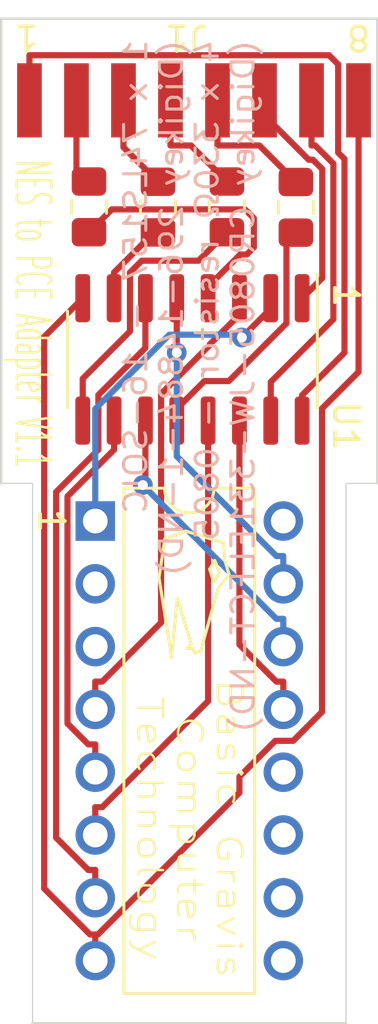
<source format=kicad_pcb>
(kicad_pcb (version 20171130) (host pcbnew "(5.1.5)-3")

  (general
    (thickness 1.6)
    (drawings 33)
    (tracks 116)
    (zones 0)
    (modules 7)
    (nets 28)
  )

  (page A4)
  (layers
    (0 F.Cu signal)
    (31 B.Cu signal)
    (32 B.Adhes user)
    (33 F.Adhes user)
    (34 B.Paste user)
    (35 F.Paste user)
    (36 B.SilkS user)
    (37 F.SilkS user)
    (38 B.Mask user)
    (39 F.Mask user)
    (40 Dwgs.User user)
    (41 Cmts.User user)
    (42 Eco1.User user)
    (43 Eco2.User user)
    (44 Edge.Cuts user)
    (45 Margin user)
    (46 B.CrtYd user)
    (47 F.CrtYd user)
    (48 B.Fab user)
    (49 F.Fab user)
  )

  (setup
    (last_trace_width 0.25)
    (trace_clearance 0.2)
    (zone_clearance 0.508)
    (zone_45_only no)
    (trace_min 0.2)
    (via_size 0.8)
    (via_drill 0.4)
    (via_min_size 0.4)
    (via_min_drill 0.3)
    (uvia_size 0.3)
    (uvia_drill 0.1)
    (uvias_allowed no)
    (uvia_min_size 0.2)
    (uvia_min_drill 0.1)
    (edge_width 0.05)
    (segment_width 0.2)
    (pcb_text_width 0.3)
    (pcb_text_size 1.5 1.5)
    (mod_edge_width 0.12)
    (mod_text_size 1 1)
    (mod_text_width 0.15)
    (pad_size 1.6 1.6)
    (pad_drill 1)
    (pad_to_mask_clearance 0.051)
    (solder_mask_min_width 0.25)
    (aux_axis_origin 0 0)
    (visible_elements 7FFFFFFF)
    (pcbplotparams
      (layerselection 0x010fc_ffffffff)
      (usegerberextensions false)
      (usegerberattributes false)
      (usegerberadvancedattributes false)
      (creategerberjobfile false)
      (excludeedgelayer true)
      (linewidth 0.100000)
      (plotframeref false)
      (viasonmask false)
      (mode 1)
      (useauxorigin false)
      (hpglpennumber 1)
      (hpglpenspeed 20)
      (hpglpendiameter 15.000000)
      (psnegative false)
      (psa4output false)
      (plotreference true)
      (plotvalue true)
      (plotinvisibletext false)
      (padsonsilk false)
      (subtractmaskfromsilk false)
      (outputformat 1)
      (mirror false)
      (drillshape 1)
      (scaleselection 1)
      (outputdirectory ""))
  )

  (net 0 "")
  (net 1 "Net-(J1-Pad8)")
  (net 2 "Net-(J1-Pad7)")
  (net 3 "Net-(J1-Pad6)")
  (net 4 "Net-(J1-Pad5)")
  (net 5 "Net-(J1-Pad4)")
  (net 6 "Net-(J1-Pad3)")
  (net 7 "Net-(J1-Pad2)")
  (net 8 "Net-(J1-Pad1)")
  (net 9 "Net-(OLD-HOLES1-Pad16)")
  (net 10 "Net-(OLD-HOLES1-Pad15)")
  (net 11 "Net-(OLD-HOLES1-Pad7)")
  (net 12 "Net-(OLD-HOLES1-Pad14)")
  (net 13 "Net-(OLD-HOLES1-Pad6)")
  (net 14 "Net-(OLD-HOLES1-Pad13)")
  (net 15 "Net-(OLD-HOLES1-Pad5)")
  (net 16 "Net-(OLD-HOLES1-Pad12)")
  (net 17 "Net-(OLD-HOLES1-Pad4)")
  (net 18 "Net-(OLD-HOLES1-Pad11)")
  (net 19 "Net-(OLD-HOLES1-Pad3)")
  (net 20 "Net-(OLD-HOLES1-Pad10)")
  (net 21 "Net-(OLD-HOLES1-Pad2)")
  (net 22 "Net-(OLD-HOLES1-Pad9)")
  (net 23 "Net-(OLD-HOLES1-Pad1)")
  (net 24 "Net-(R1-Pad2)")
  (net 25 "Net-(R2-Pad2)")
  (net 26 "Net-(R3-Pad2)")
  (net 27 "Net-(R4-Pad2)")

  (net_class Default "This is the default net class."
    (clearance 0.2)
    (trace_width 0.25)
    (via_dia 0.8)
    (via_drill 0.4)
    (uvia_dia 0.3)
    (uvia_drill 0.1)
    (add_net "Net-(J1-Pad1)")
    (add_net "Net-(J1-Pad2)")
    (add_net "Net-(J1-Pad3)")
    (add_net "Net-(J1-Pad4)")
    (add_net "Net-(J1-Pad5)")
    (add_net "Net-(J1-Pad6)")
    (add_net "Net-(J1-Pad7)")
    (add_net "Net-(J1-Pad8)")
    (add_net "Net-(OLD-HOLES1-Pad1)")
    (add_net "Net-(OLD-HOLES1-Pad10)")
    (add_net "Net-(OLD-HOLES1-Pad11)")
    (add_net "Net-(OLD-HOLES1-Pad12)")
    (add_net "Net-(OLD-HOLES1-Pad13)")
    (add_net "Net-(OLD-HOLES1-Pad14)")
    (add_net "Net-(OLD-HOLES1-Pad15)")
    (add_net "Net-(OLD-HOLES1-Pad16)")
    (add_net "Net-(OLD-HOLES1-Pad2)")
    (add_net "Net-(OLD-HOLES1-Pad3)")
    (add_net "Net-(OLD-HOLES1-Pad4)")
    (add_net "Net-(OLD-HOLES1-Pad5)")
    (add_net "Net-(OLD-HOLES1-Pad6)")
    (add_net "Net-(OLD-HOLES1-Pad7)")
    (add_net "Net-(OLD-HOLES1-Pad9)")
    (add_net "Net-(R1-Pad2)")
    (add_net "Net-(R2-Pad2)")
    (add_net "Net-(R3-Pad2)")
    (add_net "Net-(R4-Pad2)")
  )

  (module "nes to pce:SolderWirePad_1x08_SMD_5x12mm" (layer F.Cu) (tedit 5E448D98) (tstamp 5E32290E)
    (at 123.063 73.152)
    (descr "Wire Pad, Square, SMD Pad,  5mm x 10mm,")
    (tags "MesurementPoint Square SMDPad 5mmx10mm ")
    (path /5E320894)
    (attr smd virtual)
    (fp_text reference J1 (at 0 1.27 180 unlocked) (layer F.SilkS)
      (effects (font (size 1 1) (thickness 0.15)))
    )
    (fp_text value Mini-DIN-8 (at 0 6.35) (layer F.Fab)
      (effects (font (size 1 1) (thickness 0.15)))
    )
    (pad 8 smd rect (at 6.985 3.81) (size 1 3) (layers F.Cu F.Paste F.Mask)
      (net 1 "Net-(J1-Pad8)"))
    (pad 7 smd rect (at 5.08 3.81) (size 1 3) (layers F.Cu F.Paste F.Mask)
      (net 2 "Net-(J1-Pad7)"))
    (pad 6 smd rect (at 3.175 3.81) (size 1 3) (layers F.Cu F.Paste F.Mask)
      (net 3 "Net-(J1-Pad6)"))
    (pad 5 smd rect (at 1.27 3.81) (size 1 3) (layers F.Cu F.Paste F.Mask)
      (net 4 "Net-(J1-Pad5)"))
    (pad 4 smd rect (at -0.635 3.81) (size 1 3) (layers F.Cu F.Paste F.Mask)
      (net 5 "Net-(J1-Pad4)"))
    (pad 3 smd rect (at -2.54 3.81) (size 1 3) (layers F.Cu F.Paste F.Mask)
      (net 6 "Net-(J1-Pad3)"))
    (pad 2 smd rect (at -4.445 3.81) (size 1 3) (layers F.Cu F.Paste F.Mask)
      (net 7 "Net-(J1-Pad2)"))
    (pad 1 smd rect (at -6.35 3.81) (size 1 3) (layers F.Cu F.Paste F.Mask)
      (net 8 "Net-(J1-Pad1)"))
  )

  (module Package_SO:SOIC-16_3.9x9.9mm_P1.27mm (layer F.Cu) (tedit 5D9F72B1) (tstamp 5E320FA8)
    (at 123.317 87.441 270)
    (descr "SOIC, 16 Pin (JEDEC MS-012AC, https://www.analog.com/media/en/package-pcb-resources/package/pkg_pdf/soic_narrow-r/r_16.pdf), generated with kicad-footprint-generator ipc_gullwing_generator.py")
    (tags "SOIC SO")
    (path /5E31CB83)
    (attr smd)
    (fp_text reference U1 (at 2.7 -6.223 270 unlocked) (layer F.SilkS)
      (effects (font (size 1 1) (thickness 0.15)))
    )
    (fp_text value 74LS157 (at 0 5.9 90) (layer F.Fab)
      (effects (font (size 1 1) (thickness 0.15)))
    )
    (fp_text user %R (at 0 0 90) (layer F.Fab)
      (effects (font (size 0.98 0.98) (thickness 0.15)))
    )
    (fp_line (start 3.7 -5.2) (end -3.7 -5.2) (layer F.CrtYd) (width 0.05))
    (fp_line (start 3.7 5.2) (end 3.7 -5.2) (layer F.CrtYd) (width 0.05))
    (fp_line (start -3.7 5.2) (end 3.7 5.2) (layer F.CrtYd) (width 0.05))
    (fp_line (start -3.7 -5.2) (end -3.7 5.2) (layer F.CrtYd) (width 0.05))
    (fp_line (start -1.95 -3.975) (end -0.975 -4.95) (layer F.Fab) (width 0.1))
    (fp_line (start -1.95 4.95) (end -1.95 -3.975) (layer F.Fab) (width 0.1))
    (fp_line (start 1.95 4.95) (end -1.95 4.95) (layer F.Fab) (width 0.1))
    (fp_line (start 1.95 -4.95) (end 1.95 4.95) (layer F.Fab) (width 0.1))
    (fp_line (start -0.975 -4.95) (end 1.95 -4.95) (layer F.Fab) (width 0.1))
    (fp_line (start 0 -5.06) (end -3.45 -5.06) (layer F.SilkS) (width 0.12))
    (fp_line (start 0 -5.06) (end 1.95 -5.06) (layer F.SilkS) (width 0.12))
    (fp_line (start 0 5.06) (end -1.95 5.06) (layer F.SilkS) (width 0.12))
    (fp_line (start 0 5.06) (end 1.95 5.06) (layer F.SilkS) (width 0.12))
    (pad 16 smd roundrect (at 2.475 -4.445 270) (size 1.95 0.6) (layers F.Cu F.Paste F.Mask) (roundrect_rratio 0.25)
      (net 8 "Net-(J1-Pad1)"))
    (pad 15 smd roundrect (at 2.475 -3.175 270) (size 1.95 0.6) (layers F.Cu F.Paste F.Mask) (roundrect_rratio 0.25)
      (net 2 "Net-(J1-Pad7)"))
    (pad 14 smd roundrect (at 2.475 -1.905 270) (size 1.95 0.6) (layers F.Cu F.Paste F.Mask) (roundrect_rratio 0.25)
      (net 14 "Net-(OLD-HOLES1-Pad13)"))
    (pad 13 smd roundrect (at 2.475 -0.635 270) (size 1.95 0.6) (layers F.Cu F.Paste F.Mask) (roundrect_rratio 0.25)
      (net 13 "Net-(OLD-HOLES1-Pad6)"))
    (pad 12 smd roundrect (at 2.475 0.635 270) (size 1.95 0.6) (layers F.Cu F.Paste F.Mask) (roundrect_rratio 0.25)
      (net 27 "Net-(R4-Pad2)"))
    (pad 11 smd roundrect (at 2.475 1.905 270) (size 1.95 0.6) (layers F.Cu F.Paste F.Mask) (roundrect_rratio 0.25)
      (net 12 "Net-(OLD-HOLES1-Pad14)"))
    (pad 10 smd roundrect (at 2.475 3.175 270) (size 1.95 0.6) (layers F.Cu F.Paste F.Mask) (roundrect_rratio 0.25)
      (net 15 "Net-(OLD-HOLES1-Pad5)"))
    (pad 9 smd roundrect (at 2.475 4.445 270) (size 1.95 0.6) (layers F.Cu F.Paste F.Mask) (roundrect_rratio 0.25)
      (net 26 "Net-(R3-Pad2)"))
    (pad 8 smd roundrect (at -2.475 4.445 270) (size 1.95 0.6) (layers F.Cu F.Paste F.Mask) (roundrect_rratio 0.25)
      (net 1 "Net-(J1-Pad8)"))
    (pad 7 smd roundrect (at -2.475 3.175 270) (size 1.95 0.6) (layers F.Cu F.Paste F.Mask) (roundrect_rratio 0.25)
      (net 25 "Net-(R2-Pad2)"))
    (pad 6 smd roundrect (at -2.475 1.905 270) (size 1.95 0.6) (layers F.Cu F.Paste F.Mask) (roundrect_rratio 0.25)
      (net 11 "Net-(OLD-HOLES1-Pad7)"))
    (pad 5 smd roundrect (at -2.475 0.635 270) (size 1.95 0.6) (layers F.Cu F.Paste F.Mask) (roundrect_rratio 0.25)
      (net 10 "Net-(OLD-HOLES1-Pad15)"))
    (pad 4 smd roundrect (at -2.475 -0.635 270) (size 1.95 0.6) (layers F.Cu F.Paste F.Mask) (roundrect_rratio 0.25)
      (net 24 "Net-(R1-Pad2)"))
    (pad 3 smd roundrect (at -2.475 -1.905 270) (size 1.95 0.6) (layers F.Cu F.Paste F.Mask) (roundrect_rratio 0.25)
      (net 17 "Net-(OLD-HOLES1-Pad4)"))
    (pad 2 smd roundrect (at -2.475 -3.175 270) (size 1.95 0.6) (layers F.Cu F.Paste F.Mask) (roundrect_rratio 0.25)
      (net 23 "Net-(OLD-HOLES1-Pad1)"))
    (pad 1 smd roundrect (at -2.475 -4.445 270) (size 1.95 0.6) (layers F.Cu F.Paste F.Mask) (roundrect_rratio 0.25)
      (net 3 "Net-(J1-Pad6)"))
    (model ${KISYS3DMOD}/Package_SO.3dshapes/SOIC-16_3.9x9.9mm_P1.27mm.wrl
      (at (xyz 0 0 0))
      (scale (xyz 1 1 1))
      (rotate (xyz 0 0 0))
    )
  )

  (module Resistor_SMD:R_0805_2012Metric_Pad1.15x1.40mm_HandSolder (layer F.Cu) (tedit 5B36C52B) (tstamp 5E3228B3)
    (at 127.508 81.289 270)
    (descr "Resistor SMD 0805 (2012 Metric), square (rectangular) end terminal, IPC_7351 nominal with elongated pad for handsoldering. (Body size source: https://docs.google.com/spreadsheets/d/1BsfQQcO9C6DZCsRaXUlFlo91Tg2WpOkGARC1WS5S8t0/edit?usp=sharing), generated with kicad-footprint-generator")
    (tags "resistor handsolder")
    (path /5E336049)
    (attr smd)
    (fp_text reference R4 (at 0 1.64 90) (layer F.SilkS) hide
      (effects (font (size 1 1) (thickness 0.15)))
    )
    (fp_text value 330 (at 0 1.65 90) (layer F.Fab)
      (effects (font (size 1 1) (thickness 0.15)))
    )
    (fp_line (start -1 0.6) (end -1 -0.6) (layer F.Fab) (width 0.1))
    (fp_line (start -1 -0.6) (end 1 -0.6) (layer F.Fab) (width 0.1))
    (fp_line (start 1 -0.6) (end 1 0.6) (layer F.Fab) (width 0.1))
    (fp_line (start 1 0.6) (end -1 0.6) (layer F.Fab) (width 0.1))
    (fp_line (start -0.261252 -0.71) (end 0.261252 -0.71) (layer F.SilkS) (width 0.12))
    (fp_line (start -0.261252 0.71) (end 0.261252 0.71) (layer F.SilkS) (width 0.12))
    (fp_line (start -1.85 0.95) (end -1.85 -0.95) (layer F.CrtYd) (width 0.05))
    (fp_line (start -1.85 -0.95) (end 1.85 -0.95) (layer F.CrtYd) (width 0.05))
    (fp_line (start 1.85 -0.95) (end 1.85 0.95) (layer F.CrtYd) (width 0.05))
    (fp_line (start 1.85 0.95) (end -1.85 0.95) (layer F.CrtYd) (width 0.05))
    (fp_text user %R (at 0 0 90) (layer F.Fab)
      (effects (font (size 0.5 0.5) (thickness 0.08)))
    )
    (pad 1 smd roundrect (at -1.025 0 270) (size 1.15 1.4) (layers F.Cu F.Paste F.Mask) (roundrect_rratio 0.217391)
      (net 4 "Net-(J1-Pad5)"))
    (pad 2 smd roundrect (at 1.025 0 270) (size 1.15 1.4) (layers F.Cu F.Paste F.Mask) (roundrect_rratio 0.217391)
      (net 27 "Net-(R4-Pad2)"))
    (model ${KISYS3DMOD}/Resistor_SMD.3dshapes/R_0805_2012Metric.wrl
      (at (xyz 0 0 0))
      (scale (xyz 1 1 1))
      (rotate (xyz 0 0 0))
    )
  )

  (module Resistor_SMD:R_0805_2012Metric_Pad1.15x1.40mm_HandSolder (layer F.Cu) (tedit 5B36C52B) (tstamp 5E320F75)
    (at 124.714 81.271 270)
    (descr "Resistor SMD 0805 (2012 Metric), square (rectangular) end terminal, IPC_7351 nominal with elongated pad for handsoldering. (Body size source: https://docs.google.com/spreadsheets/d/1BsfQQcO9C6DZCsRaXUlFlo91Tg2WpOkGARC1WS5S8t0/edit?usp=sharing), generated with kicad-footprint-generator")
    (tags "resistor handsolder")
    (path /5E3359AA)
    (attr smd)
    (fp_text reference R3 (at 0 -1.65 90) (layer F.SilkS) hide
      (effects (font (size 1 1) (thickness 0.15)))
    )
    (fp_text value 330 (at 0 1.65 90) (layer F.Fab)
      (effects (font (size 1 1) (thickness 0.15)))
    )
    (fp_text user %R (at 0 0 90) (layer F.Fab)
      (effects (font (size 0.5 0.5) (thickness 0.08)))
    )
    (fp_line (start 1.85 0.95) (end -1.85 0.95) (layer F.CrtYd) (width 0.05))
    (fp_line (start 1.85 -0.95) (end 1.85 0.95) (layer F.CrtYd) (width 0.05))
    (fp_line (start -1.85 -0.95) (end 1.85 -0.95) (layer F.CrtYd) (width 0.05))
    (fp_line (start -1.85 0.95) (end -1.85 -0.95) (layer F.CrtYd) (width 0.05))
    (fp_line (start -0.261252 0.71) (end 0.261252 0.71) (layer F.SilkS) (width 0.12))
    (fp_line (start -0.261252 -0.71) (end 0.261252 -0.71) (layer F.SilkS) (width 0.12))
    (fp_line (start 1 0.6) (end -1 0.6) (layer F.Fab) (width 0.1))
    (fp_line (start 1 -0.6) (end 1 0.6) (layer F.Fab) (width 0.1))
    (fp_line (start -1 -0.6) (end 1 -0.6) (layer F.Fab) (width 0.1))
    (fp_line (start -1 0.6) (end -1 -0.6) (layer F.Fab) (width 0.1))
    (pad 2 smd roundrect (at 1.025 0 270) (size 1.15 1.4) (layers F.Cu F.Paste F.Mask) (roundrect_rratio 0.217391)
      (net 26 "Net-(R3-Pad2)"))
    (pad 1 smd roundrect (at -1.025 0 270) (size 1.15 1.4) (layers F.Cu F.Paste F.Mask) (roundrect_rratio 0.217391)
      (net 5 "Net-(J1-Pad4)"))
    (model ${KISYS3DMOD}/Resistor_SMD.3dshapes/R_0805_2012Metric.wrl
      (at (xyz 0 0 0))
      (scale (xyz 1 1 1))
      (rotate (xyz 0 0 0))
    )
  )

  (module Resistor_SMD:R_0805_2012Metric_Pad1.15x1.40mm_HandSolder (layer F.Cu) (tedit 5B36C52B) (tstamp 5E3228E3)
    (at 121.92 81.28 270)
    (descr "Resistor SMD 0805 (2012 Metric), square (rectangular) end terminal, IPC_7351 nominal with elongated pad for handsoldering. (Body size source: https://docs.google.com/spreadsheets/d/1BsfQQcO9C6DZCsRaXUlFlo91Tg2WpOkGARC1WS5S8t0/edit?usp=sharing), generated with kicad-footprint-generator")
    (tags "resistor handsolder")
    (path /5E335495)
    (attr smd)
    (fp_text reference R2 (at 0 -1.65 90) (layer F.SilkS) hide
      (effects (font (size 1 1) (thickness 0.15)))
    )
    (fp_text value 330 (at 0 1.65 90) (layer F.Fab)
      (effects (font (size 1 1) (thickness 0.15)))
    )
    (fp_line (start -1 0.6) (end -1 -0.6) (layer F.Fab) (width 0.1))
    (fp_line (start -1 -0.6) (end 1 -0.6) (layer F.Fab) (width 0.1))
    (fp_line (start 1 -0.6) (end 1 0.6) (layer F.Fab) (width 0.1))
    (fp_line (start 1 0.6) (end -1 0.6) (layer F.Fab) (width 0.1))
    (fp_line (start -0.261252 -0.71) (end 0.261252 -0.71) (layer F.SilkS) (width 0.12))
    (fp_line (start -0.261252 0.71) (end 0.261252 0.71) (layer F.SilkS) (width 0.12))
    (fp_line (start -1.85 0.95) (end -1.85 -0.95) (layer F.CrtYd) (width 0.05))
    (fp_line (start -1.85 -0.95) (end 1.85 -0.95) (layer F.CrtYd) (width 0.05))
    (fp_line (start 1.85 -0.95) (end 1.85 0.95) (layer F.CrtYd) (width 0.05))
    (fp_line (start 1.85 0.95) (end -1.85 0.95) (layer F.CrtYd) (width 0.05))
    (fp_text user %R (at 0 0 90) (layer F.Fab)
      (effects (font (size 0.5 0.5) (thickness 0.08)))
    )
    (pad 1 smd roundrect (at -1.025 0 270) (size 1.15 1.4) (layers F.Cu F.Paste F.Mask) (roundrect_rratio 0.217391)
      (net 6 "Net-(J1-Pad3)"))
    (pad 2 smd roundrect (at 1.025 0 270) (size 1.15 1.4) (layers F.Cu F.Paste F.Mask) (roundrect_rratio 0.217391)
      (net 25 "Net-(R2-Pad2)"))
    (model ${KISYS3DMOD}/Resistor_SMD.3dshapes/R_0805_2012Metric.wrl
      (at (xyz 0 0 0))
      (scale (xyz 1 1 1))
      (rotate (xyz 0 0 0))
    )
  )

  (module Resistor_SMD:R_0805_2012Metric_Pad1.15x1.40mm_HandSolder (layer F.Cu) (tedit 5B36C52B) (tstamp 5E320F53)
    (at 119.126 81.271 270)
    (descr "Resistor SMD 0805 (2012 Metric), square (rectangular) end terminal, IPC_7351 nominal with elongated pad for handsoldering. (Body size source: https://docs.google.com/spreadsheets/d/1BsfQQcO9C6DZCsRaXUlFlo91Tg2WpOkGARC1WS5S8t0/edit?usp=sharing), generated with kicad-footprint-generator")
    (tags "resistor handsolder")
    (path /5E330A87)
    (attr smd)
    (fp_text reference R1 (at 0 -1.65 90) (layer F.SilkS) hide
      (effects (font (size 1 1) (thickness 0.15)))
    )
    (fp_text value 330 (at 0 1.65 90) (layer F.Fab)
      (effects (font (size 1 1) (thickness 0.15)))
    )
    (fp_text user %R (at 0 0 90) (layer F.Fab)
      (effects (font (size 0.5 0.5) (thickness 0.08)))
    )
    (fp_line (start 1.85 0.95) (end -1.85 0.95) (layer F.CrtYd) (width 0.05))
    (fp_line (start 1.85 -0.95) (end 1.85 0.95) (layer F.CrtYd) (width 0.05))
    (fp_line (start -1.85 -0.95) (end 1.85 -0.95) (layer F.CrtYd) (width 0.05))
    (fp_line (start -1.85 0.95) (end -1.85 -0.95) (layer F.CrtYd) (width 0.05))
    (fp_line (start -0.261252 0.71) (end 0.261252 0.71) (layer F.SilkS) (width 0.12))
    (fp_line (start -0.261252 -0.71) (end 0.261252 -0.71) (layer F.SilkS) (width 0.12))
    (fp_line (start 1 0.6) (end -1 0.6) (layer F.Fab) (width 0.1))
    (fp_line (start 1 -0.6) (end 1 0.6) (layer F.Fab) (width 0.1))
    (fp_line (start -1 -0.6) (end 1 -0.6) (layer F.Fab) (width 0.1))
    (fp_line (start -1 0.6) (end -1 -0.6) (layer F.Fab) (width 0.1))
    (pad 2 smd roundrect (at 1.025 0 270) (size 1.15 1.4) (layers F.Cu F.Paste F.Mask) (roundrect_rratio 0.217391)
      (net 24 "Net-(R1-Pad2)"))
    (pad 1 smd roundrect (at -1.025 0 270) (size 1.15 1.4) (layers F.Cu F.Paste F.Mask) (roundrect_rratio 0.217391)
      (net 7 "Net-(J1-Pad2)"))
    (model ${KISYS3DMOD}/Resistor_SMD.3dshapes/R_0805_2012Metric.wrl
      (at (xyz 0 0 0))
      (scale (xyz 1 1 1))
      (rotate (xyz 0 0 0))
    )
  )

  (module Package_DIP:DIP-16_W7.62mm (layer F.Cu) (tedit 5E44924B) (tstamp 5E320F42)
    (at 119.38 93.98)
    (descr "16-lead though-hole mounted DIP package, row spacing 7.62 mm (300 mils)")
    (tags "THT DIP DIL PDIP 2.54mm 7.62mm 300mil")
    (path /5E31ED9E)
    (fp_text reference OLD-HOLES1 (at 3.87 -0.255) (layer F.SilkS) hide
      (effects (font (size 1 1) (thickness 0.15)))
    )
    (fp_text value 4021 (at 3.9 18.415) (layer F.Fab)
      (effects (font (size 1 1) (thickness 0.15)))
    )
    (fp_text user %R (at 3.81 8.834999 90) (layer F.Fab)
      (effects (font (size 1 1) (thickness 0.15)))
    )
    (fp_line (start 8.7 -1.55) (end -1.1 -1.55) (layer F.CrtYd) (width 0.05))
    (fp_line (start 8.7 19.3) (end 8.7 -1.55) (layer F.CrtYd) (width 0.05))
    (fp_line (start -1.1 19.3) (end 8.7 19.3) (layer F.CrtYd) (width 0.05))
    (fp_line (start -1.1 -1.55) (end -1.1 19.3) (layer F.CrtYd) (width 0.05))
    (fp_line (start 6.46 -1.33) (end 4.81 -1.33) (layer F.SilkS) (width 0.12))
    (fp_line (start 6.46 19.11) (end 6.46 -1.33) (layer F.SilkS) (width 0.12))
    (fp_line (start 1.16 19.11) (end 6.46 19.11) (layer F.SilkS) (width 0.12))
    (fp_line (start 1.16 -1.33) (end 1.16 19.11) (layer F.SilkS) (width 0.12))
    (fp_line (start 2.81 -1.33) (end 1.16 -1.33) (layer F.SilkS) (width 0.12))
    (fp_line (start 0.635 -0.27) (end 1.635 -1.27) (layer F.Fab) (width 0.1))
    (fp_line (start 0.635 19.05) (end 0.635 -0.27) (layer F.Fab) (width 0.1))
    (fp_line (start 6.985 19.05) (end 0.635 19.05) (layer F.Fab) (width 0.1))
    (fp_line (start 6.985 -1.27) (end 6.985 19.05) (layer F.Fab) (width 0.1))
    (fp_line (start 1.635 -1.27) (end 6.985 -1.27) (layer F.Fab) (width 0.1))
    (fp_arc (start 3.81 -1.33) (end 2.81 -1.33) (angle -180) (layer F.SilkS) (width 0.12))
    (pad 16 thru_hole oval (at 7.62 0) (size 1.6 1.6) (drill 1) (layers *.Cu *.Mask)
      (net 9 "Net-(OLD-HOLES1-Pad16)"))
    (pad 8 thru_hole oval (at 0 17.78) (size 1.6 1.6) (drill 1) (layers *.Cu *.Mask)
      (net 1 "Net-(J1-Pad8)"))
    (pad 15 thru_hole oval (at 7.62 2.54) (size 1.6 1.6) (drill 1) (layers *.Cu *.Mask)
      (net 10 "Net-(OLD-HOLES1-Pad15)"))
    (pad 7 thru_hole oval (at 0 15.24) (size 1.6 1.6) (drill 1) (layers *.Cu *.Mask)
      (net 11 "Net-(OLD-HOLES1-Pad7)"))
    (pad 14 thru_hole oval (at 7.62 5.08) (size 1.6 1.6) (drill 1) (layers *.Cu *.Mask)
      (net 12 "Net-(OLD-HOLES1-Pad14)"))
    (pad 6 thru_hole oval (at 0 12.7) (size 1.6 1.6) (drill 1) (layers *.Cu *.Mask)
      (net 13 "Net-(OLD-HOLES1-Pad6)"))
    (pad 13 thru_hole oval (at 7.62 7.62) (size 1.6 1.6) (drill 1) (layers *.Cu *.Mask)
      (net 14 "Net-(OLD-HOLES1-Pad13)"))
    (pad 5 thru_hole oval (at 0 10.16) (size 1.6 1.6) (drill 1) (layers *.Cu *.Mask)
      (net 15 "Net-(OLD-HOLES1-Pad5)"))
    (pad 12 thru_hole oval (at 7.62 10.16) (size 1.6 1.6) (drill 1) (layers *.Cu *.Mask)
      (net 16 "Net-(OLD-HOLES1-Pad12)"))
    (pad 4 thru_hole oval (at 0 7.62) (size 1.6 1.6) (drill 1) (layers *.Cu *.Mask)
      (net 17 "Net-(OLD-HOLES1-Pad4)"))
    (pad 11 thru_hole oval (at 7.62 12.7) (size 1.6 1.6) (drill 1) (layers *.Cu *.Mask)
      (net 18 "Net-(OLD-HOLES1-Pad11)"))
    (pad 3 thru_hole oval (at 0 5.08) (size 1.6 1.6) (drill 1) (layers *.Cu *.Mask)
      (net 19 "Net-(OLD-HOLES1-Pad3)"))
    (pad 10 thru_hole oval (at 7.62 15.24) (size 1.6 1.6) (drill 1) (layers *.Cu *.Mask)
      (net 20 "Net-(OLD-HOLES1-Pad10)"))
    (pad 2 thru_hole oval (at 0 2.54) (size 1.6 1.6) (drill 1) (layers *.Cu *.Mask)
      (net 21 "Net-(OLD-HOLES1-Pad2)"))
    (pad 9 thru_hole oval (at 7.62 17.78) (size 1.6 1.6) (drill 1) (layers *.Cu *.Mask)
      (net 22 "Net-(OLD-HOLES1-Pad9)"))
    (pad 1 thru_hole rect (at 0 0) (size 1.6 1.6) (drill 1) (layers *.Cu *.Mask)
      (net 23 "Net-(OLD-HOLES1-Pad1)"))
    (model ${KISYS3DMOD}/Package_DIP.3dshapes/DIP-16_W7.62mm.wrl
      (at (xyz 0 0 0))
      (scale (xyz 1 1 1))
      (rotate (xyz 0 0 0))
    )
  )

  (gr_text "1 x 74LS157 - 16-SOIC\n(Digikey 296-14884-1-ND)\n4 x 330Ω resistor - 0805\n(Digikey CR0805-JW-331ELFCT-ND)" (at 123.19 74.422 90) (layer B.SilkS)
    (effects (font (size 0.9 1) (thickness 0.125)) (justify left mirror))
  )
  (gr_text "NES to PCE Adapter V1.1" (at 116.84 85.598 -90) (layer F.SilkS) (tstamp 5E449FD5)
    (effects (font (size 1.4 0.65) (thickness 0.1)))
  )
  (gr_text 1 (at 117.602 93.98 -90) (layer F.SilkS) (tstamp 5E449EA1)
    (effects (font (size 1 1) (thickness 0.15)))
  )
  (gr_line (start 129.54 92.456) (end 130.81 92.456) (layer Edge.Cuts) (width 0.05) (tstamp 5E449172))
  (gr_line (start 129.54 114.3) (end 129.54 92.456) (layer Edge.Cuts) (width 0.05))
  (gr_line (start 116.84 92.456) (end 116.84 114.3) (layer Edge.Cuts) (width 0.05) (tstamp 5E449171))
  (gr_line (start 115.57 92.456) (end 116.84 92.456) (layer Edge.Cuts) (width 0.05))
  (gr_line (start 130.81 73.66) (end 130.81 92.456) (layer Edge.Cuts) (width 0.1))
  (gr_line (start 115.57 73.66) (end 130.81 73.66) (layer Edge.Cuts) (width 0.1))
  (gr_line (start 115.57 92.456) (end 115.57 73.66) (layer Edge.Cuts) (width 0.1))
  (gr_line (start 129.54 114.3) (end 116.84 114.3) (layer Edge.Cuts) (width 0.1))
  (gr_text 1 (at 129.54 84.836 -90) (layer F.SilkS)
    (effects (font (size 1 1) (thickness 0.15)))
  )
  (gr_text 8 (at 130.048 74.422 180) (layer F.SilkS)
    (effects (font (size 1 1) (thickness 0.15)))
  )
  (gr_text 1 (at 116.586 74.422 180) (layer F.SilkS)
    (effects (font (size 1 1) (thickness 0.15)))
  )
  (gr_text "Basic Gravis\nComputer\nTechnology" (at 123.19 106.426 270) (layer F.SilkS)
    (effects (font (size 1 1.3) (thickness 0.1)))
  )
  (gr_line (start 124.360715 96.688214) (end 123.650893 99.24625) (layer F.SilkS) (width 0.125))
  (gr_line (start 124.802679 96.1525) (end 124.360715 96.688214) (layer F.SilkS) (width 0.125))
  (gr_line (start 123.041518 94.384643) (end 124.581697 94.866786) (layer F.SilkS) (width 0.125))
  (gr_line (start 123.269197 98.965001) (end 122.7 97.09) (layer F.SilkS) (width 0.125))
  (gr_line (start 123.336161 99.139107) (end 123.088393 99.125715) (layer F.SilkS) (width 0.125))
  (gr_line (start 123.088393 99.125715) (end 123.269197 98.965001) (layer F.SilkS) (width 0.125))
  (gr_line (start 123.396429 99.313214) (end 123.336161 99.139107) (layer F.SilkS) (width 0.125))
  (gr_line (start 123.650893 99.24625) (end 123.396429 99.313214) (layer F.SilkS) (width 0.125))
  (gr_line (start 124.581697 94.866786) (end 124.628572 95.563214) (layer F.SilkS) (width 0.125))
  (gr_line (start 124.628572 95.563214) (end 124.802679 96.1525) (layer F.SilkS) (width 0.125))
  (gr_line (start 124.416074 96.05875) (end 124.181452 96.460536) (layer F.SilkS) (width 0.125))
  (gr_line (start 122.197768 94.699376) (end 123.041518 94.384643) (layer F.SilkS) (width 0.125))
  (gr_line (start 124.010817 95.924821) (end 124.22411 95.576607) (layer F.SilkS) (width 0.125))
  (gr_line (start 124.22411 95.576607) (end 124.416074 96.05875) (layer F.SilkS) (width 0.125))
  (gr_line (start 124.181452 96.460536) (end 124.010817 95.924821) (layer F.SilkS) (width 0.125))
  (gr_line (start 121.963393 96.26634) (end 122.197768 94.699376) (layer F.SilkS) (width 0.125))
  (gr_line (start 122.472322 99.500715) (end 121.963393 96.26634) (layer F.SilkS) (width 0.125))
  (gr_line (start 122.7 97.09) (end 122.472322 99.500715) (layer F.SilkS) (width 0.125))

  (segment (start 119.38 110.7055) (end 119.4861 110.7055) (width 0.25) (layer F.Cu) (net 1))
  (segment (start 119.4861 110.7055) (end 125.2222 104.9694) (width 0.25) (layer F.Cu) (net 1))
  (segment (start 125.2222 104.9694) (end 125.2222 104.3203) (width 0.25) (layer F.Cu) (net 1))
  (segment (start 125.2222 104.3203) (end 126.6725 102.87) (width 0.25) (layer F.Cu) (net 1))
  (segment (start 126.6725 102.87) (end 127.3989 102.87) (width 0.25) (layer F.Cu) (net 1))
  (segment (start 127.3989 102.87) (end 128.5681 101.7008) (width 0.25) (layer F.Cu) (net 1))
  (segment (start 128.5681 101.7008) (end 128.5681 89.4282) (width 0.25) (layer F.Cu) (net 1))
  (segment (start 128.5681 89.4282) (end 130.048 87.9483) (width 0.25) (layer F.Cu) (net 1))
  (segment (start 130.048 87.9483) (end 130.048 76.962) (width 0.25) (layer F.Cu) (net 1))
  (segment (start 118.872 84.966) (end 117.3098 86.5282) (width 0.25) (layer F.Cu) (net 1))
  (segment (start 117.3098 86.5282) (end 117.3098 108.8458) (width 0.25) (layer F.Cu) (net 1))
  (segment (start 117.3098 108.8458) (end 119.1695 110.7055) (width 0.25) (layer F.Cu) (net 1))
  (segment (start 119.1695 110.7055) (end 119.38 110.7055) (width 0.25) (layer F.Cu) (net 1))
  (segment (start 119.38 111.76) (end 119.38 110.7055) (width 0.25) (layer F.Cu) (net 1))
  (segment (start 128.143 78.7873) (end 128.2938 78.7873) (width 0.25) (layer F.Cu) (net 2))
  (segment (start 128.2938 78.7873) (end 129.0286 79.5221) (width 0.25) (layer F.Cu) (net 2))
  (segment (start 129.0286 79.5221) (end 129.0286 85.8177) (width 0.25) (layer F.Cu) (net 2))
  (segment (start 129.0286 85.8177) (end 126.492 88.3543) (width 0.25) (layer F.Cu) (net 2))
  (segment (start 126.492 88.3543) (end 126.492 89.916) (width 0.25) (layer F.Cu) (net 2))
  (segment (start 128.143 76.962) (end 128.143 78.7873) (width 0.25) (layer F.Cu) (net 2))
  (segment (start 127.762 84.966) (end 128.5782 84.1498) (width 0.25) (layer F.Cu) (net 3))
  (segment (start 128.5782 84.1498) (end 128.5782 79.7455) (width 0.25) (layer F.Cu) (net 3))
  (segment (start 128.5782 79.7455) (end 128.1953 79.3626) (width 0.25) (layer F.Cu) (net 3))
  (segment (start 128.1953 79.3626) (end 128.0274 79.3626) (width 0.25) (layer F.Cu) (net 3))
  (segment (start 128.0274 79.3626) (end 126.238 77.5732) (width 0.25) (layer F.Cu) (net 3))
  (segment (start 126.238 77.5732) (end 126.238 76.962) (width 0.25) (layer F.Cu) (net 3))
  (segment (start 124.333 76.962) (end 124.333 78.7873) (width 0.25) (layer F.Cu) (net 4))
  (segment (start 127.508 80.264) (end 126.0313 78.7873) (width 0.25) (layer F.Cu) (net 4))
  (segment (start 126.0313 78.7873) (end 124.333 78.7873) (width 0.25) (layer F.Cu) (net 4))
  (segment (start 122.428 76.962) (end 122.428 78.7873) (width 0.25) (layer F.Cu) (net 5))
  (segment (start 124.714 80.246) (end 123.2553 78.7873) (width 0.25) (layer F.Cu) (net 5))
  (segment (start 123.2553 78.7873) (end 122.428 78.7873) (width 0.25) (layer F.Cu) (net 5))
  (segment (start 121.92 80.255) (end 120.523 78.858) (width 0.25) (layer F.Cu) (net 6))
  (segment (start 120.523 78.858) (end 120.523 76.962) (width 0.25) (layer F.Cu) (net 6))
  (segment (start 119.126 80.246) (end 118.618 79.738) (width 0.25) (layer F.Cu) (net 7))
  (segment (start 118.618 79.738) (end 118.618 76.962) (width 0.25) (layer F.Cu) (net 7))
  (segment (start 116.713 76.962) (end 116.713 75.1367) (width 0.25) (layer F.Cu) (net 8))
  (segment (start 127.762 89.916) (end 127.762 88.8846) (width 0.25) (layer F.Cu) (net 8))
  (segment (start 127.762 88.8846) (end 129.479 87.1676) (width 0.25) (layer F.Cu) (net 8))
  (segment (start 129.479 87.1676) (end 129.479 79.3356) (width 0.25) (layer F.Cu) (net 8))
  (segment (start 129.479 79.3356) (end 129.2226 79.0792) (width 0.25) (layer F.Cu) (net 8))
  (segment (start 129.2226 79.0792) (end 129.2226 75.5062) (width 0.25) (layer F.Cu) (net 8))
  (segment (start 129.2226 75.5062) (end 128.8531 75.1367) (width 0.25) (layer F.Cu) (net 8))
  (segment (start 128.8531 75.1367) (end 116.713 75.1367) (width 0.25) (layer F.Cu) (net 8))
  (segment (start 122.682 84.966) (end 122.682 87.1675) (width 0.25) (layer F.Cu) (net 10))
  (segment (start 127 95.3947) (end 126.7186 95.3947) (width 0.25) (layer B.Cu) (net 10))
  (segment (start 126.7186 95.3947) (end 122.682 91.3581) (width 0.25) (layer B.Cu) (net 10))
  (segment (start 122.682 91.3581) (end 122.682 87.1675) (width 0.25) (layer B.Cu) (net 10))
  (segment (start 127 96.52) (end 127 95.3947) (width 0.25) (layer B.Cu) (net 10))
  (via (at 122.682 87.1675) (size 0.8) (layers F.Cu B.Cu) (net 10))
  (segment (start 119.38 109.22) (end 119.38 108.0947) (width 0.25) (layer F.Cu) (net 11))
  (segment (start 119.38 108.0947) (end 119.0987 108.0947) (width 0.25) (layer F.Cu) (net 11))
  (segment (start 119.0987 108.0947) (end 117.7938 106.7898) (width 0.25) (layer F.Cu) (net 11))
  (segment (start 117.7938 106.7898) (end 117.7938 92.8044) (width 0.25) (layer F.Cu) (net 11))
  (segment (start 117.7938 92.8044) (end 119.507 91.0912) (width 0.25) (layer F.Cu) (net 11))
  (segment (start 119.507 91.0912) (end 119.507 88.8782) (width 0.25) (layer F.Cu) (net 11))
  (segment (start 119.507 88.8782) (end 121.412 86.9732) (width 0.25) (layer F.Cu) (net 11))
  (segment (start 121.412 86.9732) (end 121.412 84.966) (width 0.25) (layer F.Cu) (net 11))
  (segment (start 121.412 89.916) (end 121.412 92.4196) (width 0.25) (layer F.Cu) (net 12))
  (segment (start 121.412 92.4196) (end 121.3078 92.5238) (width 0.25) (layer F.Cu) (net 12))
  (segment (start 127 97.9347) (end 126.7187 97.9347) (width 0.25) (layer B.Cu) (net 12))
  (segment (start 126.7187 97.9347) (end 121.3078 92.5238) (width 0.25) (layer B.Cu) (net 12))
  (segment (start 127 99.06) (end 127 97.9347) (width 0.25) (layer B.Cu) (net 12))
  (via (at 121.3078 92.5238) (size 0.8) (layers F.Cu B.Cu) (net 12))
  (segment (start 119.38 106.68) (end 119.38 105.5547) (width 0.25) (layer F.Cu) (net 13))
  (segment (start 119.38 105.5547) (end 119.6613 105.5547) (width 0.25) (layer F.Cu) (net 13))
  (segment (start 119.6613 105.5547) (end 123.952 101.264) (width 0.25) (layer F.Cu) (net 13))
  (segment (start 123.952 101.264) (end 123.952 89.916) (width 0.25) (layer F.Cu) (net 13))
  (segment (start 127 101.6) (end 127 100.4747) (width 0.25) (layer F.Cu) (net 14))
  (segment (start 127 100.4747) (end 126.7187 100.4747) (width 0.25) (layer F.Cu) (net 14))
  (segment (start 126.7187 100.4747) (end 125.222 98.978) (width 0.25) (layer F.Cu) (net 14))
  (segment (start 125.222 98.978) (end 125.222 89.916) (width 0.25) (layer F.Cu) (net 14))
  (segment (start 119.38 104.14) (end 119.38 103.0147) (width 0.25) (layer F.Cu) (net 15))
  (segment (start 119.38 103.0147) (end 119.0987 103.0147) (width 0.25) (layer F.Cu) (net 15))
  (segment (start 119.0987 103.0147) (end 118.2546 102.1706) (width 0.25) (layer F.Cu) (net 15))
  (segment (start 118.2546 102.1706) (end 118.2546 92.9805) (width 0.25) (layer F.Cu) (net 15))
  (segment (start 118.2546 92.9805) (end 120.142 91.0931) (width 0.25) (layer F.Cu) (net 15))
  (segment (start 120.142 91.0931) (end 120.142 89.916) (width 0.25) (layer F.Cu) (net 15))
  (segment (start 125.222 84.966) (end 125.222 85.6287) (width 0.25) (layer F.Cu) (net 17))
  (segment (start 125.222 85.6287) (end 124.0247 86.826) (width 0.25) (layer F.Cu) (net 17))
  (segment (start 124.0247 86.826) (end 124.0247 86.8554) (width 0.25) (layer F.Cu) (net 17))
  (segment (start 124.0247 86.8554) (end 122.047 88.8331) (width 0.25) (layer F.Cu) (net 17))
  (segment (start 122.047 88.8331) (end 122.047 98.089) (width 0.25) (layer F.Cu) (net 17))
  (segment (start 122.047 98.089) (end 119.6613 100.4747) (width 0.25) (layer F.Cu) (net 17))
  (segment (start 119.6613 100.4747) (end 119.38 100.4747) (width 0.25) (layer F.Cu) (net 17))
  (segment (start 119.38 101.6) (end 119.38 100.4747) (width 0.25) (layer F.Cu) (net 17))
  (segment (start 125.3216 86.5548) (end 126.492 85.3844) (width 0.25) (layer F.Cu) (net 23))
  (segment (start 126.492 85.3844) (end 126.492 84.966) (width 0.25) (layer F.Cu) (net 23))
  (segment (start 119.38 93.98) (end 119.38 89.4426) (width 0.25) (layer B.Cu) (net 23))
  (segment (start 119.38 89.4426) (end 122.3805 86.4421) (width 0.25) (layer B.Cu) (net 23))
  (segment (start 122.3805 86.4421) (end 125.2089 86.4421) (width 0.25) (layer B.Cu) (net 23))
  (segment (start 125.2089 86.4421) (end 125.3216 86.5548) (width 0.25) (layer B.Cu) (net 23))
  (via (at 125.3216 86.5548) (size 0.8) (layers F.Cu B.Cu) (net 23))
  (segment (start 119.126 82.296) (end 120.0499 81.3721) (width 0.25) (layer F.Cu) (net 24))
  (segment (start 120.0499 81.3721) (end 125.4459 81.3721) (width 0.25) (layer F.Cu) (net 24))
  (segment (start 125.4459 81.3721) (end 125.8046 81.7308) (width 0.25) (layer F.Cu) (net 24))
  (segment (start 125.8046 81.7308) (end 125.8046 82.9099) (width 0.25) (layer F.Cu) (net 24))
  (segment (start 125.8046 82.9099) (end 125.5171 83.1974) (width 0.25) (layer F.Cu) (net 24))
  (segment (start 125.5171 83.1974) (end 125.251 83.1974) (width 0.25) (layer F.Cu) (net 24))
  (segment (start 125.251 83.1974) (end 123.952 84.4964) (width 0.25) (layer F.Cu) (net 24))
  (segment (start 123.952 84.4964) (end 123.952 84.966) (width 0.25) (layer F.Cu) (net 24))
  (segment (start 121.92 82.305) (end 121.7608 82.305) (width 0.25) (layer F.Cu) (net 25))
  (segment (start 121.7608 82.305) (end 120.142 83.9238) (width 0.25) (layer F.Cu) (net 25))
  (segment (start 120.142 83.9238) (end 120.142 84.966) (width 0.25) (layer F.Cu) (net 25))
  (segment (start 124.714 82.296) (end 123.562 83.448) (width 0.25) (layer F.Cu) (net 26))
  (segment (start 123.562 83.448) (end 121.2636 83.448) (width 0.25) (layer F.Cu) (net 26))
  (segment (start 121.2636 83.448) (end 120.7861 83.9255) (width 0.25) (layer F.Cu) (net 26))
  (segment (start 120.7861 83.9255) (end 120.7861 86.3041) (width 0.25) (layer F.Cu) (net 26))
  (segment (start 120.7861 86.3041) (end 118.872 88.2182) (width 0.25) (layer F.Cu) (net 26))
  (segment (start 118.872 88.2182) (end 118.872 89.916) (width 0.25) (layer F.Cu) (net 26))
  (segment (start 127.508 82.314) (end 127.127 82.695) (width 0.25) (layer F.Cu) (net 27))
  (segment (start 127.127 82.695) (end 127.127 85.9829) (width 0.25) (layer F.Cu) (net 27))
  (segment (start 127.127 85.9829) (end 124.7924 88.3175) (width 0.25) (layer F.Cu) (net 27))
  (segment (start 124.7924 88.3175) (end 123.8032 88.3175) (width 0.25) (layer F.Cu) (net 27))
  (segment (start 123.8032 88.3175) (end 122.682 89.4387) (width 0.25) (layer F.Cu) (net 27))
  (segment (start 122.682 89.4387) (end 122.682 89.916) (width 0.25) (layer F.Cu) (net 27))

)

</source>
